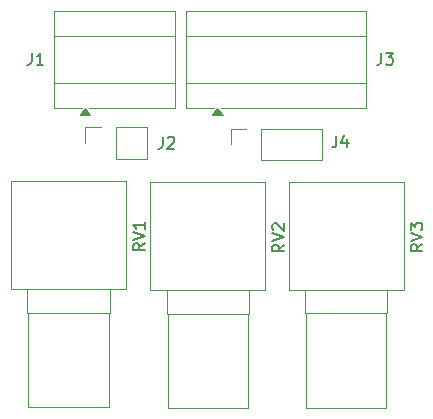
<source format=gbr>
G04 #@! TF.GenerationSoftware,KiCad,Pcbnew,9.0.1*
G04 #@! TF.CreationDate,2025-05-02T21:00:57+02:00*
G04 #@! TF.ProjectId,3_pots_pcb_v0.2a,335f706f-7473-45f7-9063-625f76302e32,rev?*
G04 #@! TF.SameCoordinates,Original*
G04 #@! TF.FileFunction,Legend,Top*
G04 #@! TF.FilePolarity,Positive*
%FSLAX46Y46*%
G04 Gerber Fmt 4.6, Leading zero omitted, Abs format (unit mm)*
G04 Created by KiCad (PCBNEW 9.0.1) date 2025-05-02 21:00:57*
%MOMM*%
%LPD*%
G01*
G04 APERTURE LIST*
%ADD10C,0.150000*%
%ADD11C,0.120000*%
%ADD12C,2.500000*%
%ADD13R,2.500000X2.500000*%
%ADD14C,3.800000*%
%ADD15C,1.800000*%
%ADD16O,1.700000X2.200000*%
G04 APERTURE END LIST*
D10*
X174091666Y-101579819D02*
X174091666Y-102294104D01*
X174091666Y-102294104D02*
X174044047Y-102436961D01*
X174044047Y-102436961D02*
X173948809Y-102532200D01*
X173948809Y-102532200D02*
X173805952Y-102579819D01*
X173805952Y-102579819D02*
X173710714Y-102579819D01*
X174996428Y-101913152D02*
X174996428Y-102579819D01*
X174758333Y-101532200D02*
X174520238Y-102246485D01*
X174520238Y-102246485D02*
X175139285Y-102246485D01*
X148291666Y-94579819D02*
X148291666Y-95294104D01*
X148291666Y-95294104D02*
X148244047Y-95436961D01*
X148244047Y-95436961D02*
X148148809Y-95532200D01*
X148148809Y-95532200D02*
X148005952Y-95579819D01*
X148005952Y-95579819D02*
X147910714Y-95579819D01*
X149291666Y-95579819D02*
X148720238Y-95579819D01*
X149005952Y-95579819D02*
X149005952Y-94579819D01*
X149005952Y-94579819D02*
X148910714Y-94722676D01*
X148910714Y-94722676D02*
X148815476Y-94817914D01*
X148815476Y-94817914D02*
X148720238Y-94865533D01*
X181379819Y-110770238D02*
X180903628Y-111103571D01*
X181379819Y-111341666D02*
X180379819Y-111341666D01*
X180379819Y-111341666D02*
X180379819Y-110960714D01*
X180379819Y-110960714D02*
X180427438Y-110865476D01*
X180427438Y-110865476D02*
X180475057Y-110817857D01*
X180475057Y-110817857D02*
X180570295Y-110770238D01*
X180570295Y-110770238D02*
X180713152Y-110770238D01*
X180713152Y-110770238D02*
X180808390Y-110817857D01*
X180808390Y-110817857D02*
X180856009Y-110865476D01*
X180856009Y-110865476D02*
X180903628Y-110960714D01*
X180903628Y-110960714D02*
X180903628Y-111341666D01*
X180379819Y-110484523D02*
X181379819Y-110151190D01*
X181379819Y-110151190D02*
X180379819Y-109817857D01*
X180379819Y-109579761D02*
X180379819Y-108960714D01*
X180379819Y-108960714D02*
X180760771Y-109294047D01*
X180760771Y-109294047D02*
X180760771Y-109151190D01*
X180760771Y-109151190D02*
X180808390Y-109055952D01*
X180808390Y-109055952D02*
X180856009Y-109008333D01*
X180856009Y-109008333D02*
X180951247Y-108960714D01*
X180951247Y-108960714D02*
X181189342Y-108960714D01*
X181189342Y-108960714D02*
X181284580Y-109008333D01*
X181284580Y-109008333D02*
X181332200Y-109055952D01*
X181332200Y-109055952D02*
X181379819Y-109151190D01*
X181379819Y-109151190D02*
X181379819Y-109436904D01*
X181379819Y-109436904D02*
X181332200Y-109532142D01*
X181332200Y-109532142D02*
X181284580Y-109579761D01*
X159391666Y-101679819D02*
X159391666Y-102394104D01*
X159391666Y-102394104D02*
X159344047Y-102536961D01*
X159344047Y-102536961D02*
X159248809Y-102632200D01*
X159248809Y-102632200D02*
X159105952Y-102679819D01*
X159105952Y-102679819D02*
X159010714Y-102679819D01*
X159820238Y-101775057D02*
X159867857Y-101727438D01*
X159867857Y-101727438D02*
X159963095Y-101679819D01*
X159963095Y-101679819D02*
X160201190Y-101679819D01*
X160201190Y-101679819D02*
X160296428Y-101727438D01*
X160296428Y-101727438D02*
X160344047Y-101775057D01*
X160344047Y-101775057D02*
X160391666Y-101870295D01*
X160391666Y-101870295D02*
X160391666Y-101965533D01*
X160391666Y-101965533D02*
X160344047Y-102108390D01*
X160344047Y-102108390D02*
X159772619Y-102679819D01*
X159772619Y-102679819D02*
X160391666Y-102679819D01*
X177891666Y-94579819D02*
X177891666Y-95294104D01*
X177891666Y-95294104D02*
X177844047Y-95436961D01*
X177844047Y-95436961D02*
X177748809Y-95532200D01*
X177748809Y-95532200D02*
X177605952Y-95579819D01*
X177605952Y-95579819D02*
X177510714Y-95579819D01*
X178272619Y-94579819D02*
X178891666Y-94579819D01*
X178891666Y-94579819D02*
X178558333Y-94960771D01*
X178558333Y-94960771D02*
X178701190Y-94960771D01*
X178701190Y-94960771D02*
X178796428Y-95008390D01*
X178796428Y-95008390D02*
X178844047Y-95056009D01*
X178844047Y-95056009D02*
X178891666Y-95151247D01*
X178891666Y-95151247D02*
X178891666Y-95389342D01*
X178891666Y-95389342D02*
X178844047Y-95484580D01*
X178844047Y-95484580D02*
X178796428Y-95532200D01*
X178796428Y-95532200D02*
X178701190Y-95579819D01*
X178701190Y-95579819D02*
X178415476Y-95579819D01*
X178415476Y-95579819D02*
X178320238Y-95532200D01*
X178320238Y-95532200D02*
X178272619Y-95484580D01*
X169679819Y-110820238D02*
X169203628Y-111153571D01*
X169679819Y-111391666D02*
X168679819Y-111391666D01*
X168679819Y-111391666D02*
X168679819Y-111010714D01*
X168679819Y-111010714D02*
X168727438Y-110915476D01*
X168727438Y-110915476D02*
X168775057Y-110867857D01*
X168775057Y-110867857D02*
X168870295Y-110820238D01*
X168870295Y-110820238D02*
X169013152Y-110820238D01*
X169013152Y-110820238D02*
X169108390Y-110867857D01*
X169108390Y-110867857D02*
X169156009Y-110915476D01*
X169156009Y-110915476D02*
X169203628Y-111010714D01*
X169203628Y-111010714D02*
X169203628Y-111391666D01*
X168679819Y-110534523D02*
X169679819Y-110201190D01*
X169679819Y-110201190D02*
X168679819Y-109867857D01*
X168775057Y-109582142D02*
X168727438Y-109534523D01*
X168727438Y-109534523D02*
X168679819Y-109439285D01*
X168679819Y-109439285D02*
X168679819Y-109201190D01*
X168679819Y-109201190D02*
X168727438Y-109105952D01*
X168727438Y-109105952D02*
X168775057Y-109058333D01*
X168775057Y-109058333D02*
X168870295Y-109010714D01*
X168870295Y-109010714D02*
X168965533Y-109010714D01*
X168965533Y-109010714D02*
X169108390Y-109058333D01*
X169108390Y-109058333D02*
X169679819Y-109629761D01*
X169679819Y-109629761D02*
X169679819Y-109010714D01*
X157879819Y-110720238D02*
X157403628Y-111053571D01*
X157879819Y-111291666D02*
X156879819Y-111291666D01*
X156879819Y-111291666D02*
X156879819Y-110910714D01*
X156879819Y-110910714D02*
X156927438Y-110815476D01*
X156927438Y-110815476D02*
X156975057Y-110767857D01*
X156975057Y-110767857D02*
X157070295Y-110720238D01*
X157070295Y-110720238D02*
X157213152Y-110720238D01*
X157213152Y-110720238D02*
X157308390Y-110767857D01*
X157308390Y-110767857D02*
X157356009Y-110815476D01*
X157356009Y-110815476D02*
X157403628Y-110910714D01*
X157403628Y-110910714D02*
X157403628Y-111291666D01*
X156879819Y-110434523D02*
X157879819Y-110101190D01*
X157879819Y-110101190D02*
X156879819Y-109767857D01*
X157879819Y-108910714D02*
X157879819Y-109482142D01*
X157879819Y-109196428D02*
X156879819Y-109196428D01*
X156879819Y-109196428D02*
X157022676Y-109291666D01*
X157022676Y-109291666D02*
X157117914Y-109386904D01*
X157117914Y-109386904D02*
X157165533Y-109482142D01*
D11*
X150205000Y-91005000D02*
X150205000Y-99245000D01*
X150205000Y-91005000D02*
X160445000Y-91005000D01*
X150205000Y-93125000D02*
X160445000Y-93125000D01*
X150205000Y-97125000D02*
X160445000Y-97125000D01*
X150205000Y-99245000D02*
X152525000Y-99245000D01*
X153125000Y-99245000D02*
X160445000Y-99245000D01*
X160445000Y-91005000D02*
X160445000Y-99245000D01*
X153265000Y-99855000D02*
X152385000Y-99855000D01*
X152825000Y-99245000D01*
X153265000Y-99855000D01*
G36*
X153265000Y-99855000D02*
G01*
X152385000Y-99855000D01*
X152825000Y-99245000D01*
X153265000Y-99855000D01*
G37*
X171425000Y-116625000D02*
X171425000Y-114625000D01*
X171425000Y-116625000D02*
X178425000Y-116625000D01*
X171525000Y-124625000D02*
X171525000Y-116625000D01*
X178325000Y-124625000D02*
X171525000Y-124625000D01*
X178325000Y-124625000D02*
X178325000Y-116625000D01*
X178425000Y-116625000D02*
X178425000Y-114625000D01*
X170055000Y-114625000D02*
X179795000Y-114625000D01*
X179795000Y-105504000D01*
X170055000Y-105504000D01*
X170055000Y-114625000D01*
X152845000Y-100870000D02*
X154175000Y-100870000D01*
X152845000Y-102200000D02*
X152845000Y-100870000D01*
X155445000Y-100870000D02*
X158045000Y-100870000D01*
X155445000Y-103530000D02*
X155445000Y-100870000D01*
X155445000Y-103530000D02*
X158045000Y-103530000D01*
X158045000Y-103530000D02*
X158045000Y-100870000D01*
X165155000Y-100995000D02*
X166485000Y-100995000D01*
X165155000Y-102325000D02*
X165155000Y-100995000D01*
X167755000Y-100995000D02*
X172895000Y-100995000D01*
X167755000Y-103655000D02*
X167755000Y-100995000D01*
X167755000Y-103655000D02*
X172895000Y-103655000D01*
X172895000Y-103655000D02*
X172895000Y-100995000D01*
X161405000Y-91005000D02*
X161405000Y-99245000D01*
X161405000Y-91005000D02*
X176645000Y-91005000D01*
X161405000Y-93125000D02*
X176645000Y-93125000D01*
X161405000Y-97125000D02*
X176645000Y-97125000D01*
X161405000Y-99245000D02*
X163725000Y-99245000D01*
X164325000Y-99245000D02*
X176645000Y-99245000D01*
X176645000Y-91005000D02*
X176645000Y-99245000D01*
X164465000Y-99855000D02*
X163585000Y-99855000D01*
X164025000Y-99245000D01*
X164465000Y-99855000D01*
G36*
X164465000Y-99855000D02*
G01*
X163585000Y-99855000D01*
X164025000Y-99245000D01*
X164465000Y-99855000D01*
G37*
X159725000Y-116675000D02*
X159725000Y-114675000D01*
X159725000Y-116675000D02*
X166725000Y-116675000D01*
X159825000Y-124675000D02*
X159825000Y-116675000D01*
X166625000Y-124675000D02*
X159825000Y-124675000D01*
X166625000Y-124675000D02*
X166625000Y-116675000D01*
X166725000Y-116675000D02*
X166725000Y-114675000D01*
X158355000Y-114675000D02*
X168095000Y-114675000D01*
X168095000Y-105554000D01*
X158355000Y-105554000D01*
X158355000Y-114675000D01*
X147925000Y-116575000D02*
X147925000Y-114575000D01*
X147925000Y-116575000D02*
X154925000Y-116575000D01*
X148025000Y-124575000D02*
X148025000Y-116575000D01*
X154825000Y-124575000D02*
X148025000Y-124575000D01*
X154825000Y-124575000D02*
X154825000Y-116575000D01*
X154925000Y-116575000D02*
X154925000Y-114575000D01*
X146555000Y-114575000D02*
X156295000Y-114575000D01*
X156295000Y-105454000D01*
X146555000Y-105454000D01*
X146555000Y-114575000D01*
%LPC*%
D12*
X152825000Y-95125000D03*
D13*
X157825000Y-95125000D03*
D14*
X143225000Y-93250000D03*
X183175000Y-112025000D03*
D15*
X172425000Y-110175000D03*
X174925000Y-110175000D03*
X177425000Y-110175000D03*
X172425000Y-107675000D03*
X174925000Y-107675000D03*
X177425000Y-107675000D03*
D14*
X183200000Y-93200000D03*
D16*
X154175000Y-102200000D03*
X156715000Y-102200000D03*
D14*
X143225000Y-112075000D03*
D16*
X166485000Y-102325000D03*
X169025000Y-102325000D03*
X171565000Y-102325000D03*
D12*
X164025000Y-95125000D03*
X169025000Y-95125000D03*
X174025000Y-95125000D03*
D15*
X160725000Y-110225000D03*
X163225000Y-110225000D03*
X165725000Y-110225000D03*
X160725000Y-107725000D03*
X163225000Y-107725000D03*
X165725000Y-107725000D03*
X148925000Y-110125000D03*
X151425000Y-110125000D03*
X153925000Y-110125000D03*
X148925000Y-107625000D03*
X151425000Y-107625000D03*
X153925000Y-107625000D03*
%LPD*%
M02*

</source>
